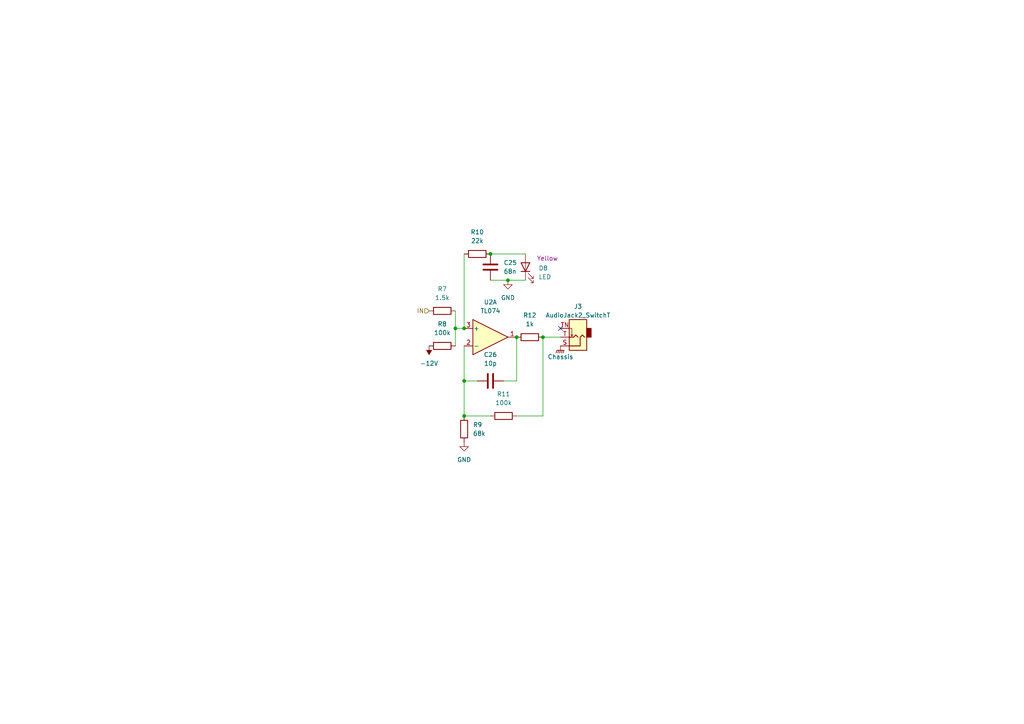
<source format=kicad_sch>
(kicad_sch (version 20211123) (generator eeschema)
  (paper "A4")
  (lib_symbols
    (symbol "Amplifier_Operational:TL074" (pin_names (offset 0.127))
      (property "Reference" "U" (at 0 5.08 0))
      (property "Value" "TL074" (at 0 -5.08 0))
      (symbol "TL074_1_1"
        (polyline (pts (xy -5.08 5.08) (xy 5.08 0) (xy -5.08 -5.08) (xy -5.08 5.08)) (stroke (width 0.254)) (fill (type background)))
        (pin output line (at 7.62 0 180) (length 2.54) (name "~") (number "1"))
        (pin input line (at -7.62 -2.54 0) (length 2.54) (name "-") (number "2"))
        (pin input line (at -7.62 2.54 0) (length 2.54) (name "+") (number "3"))
      )
      (symbol "TL074_2_1"
        (polyline (pts (xy -5.08 5.08) (xy 5.08 0) (xy -5.08 -5.08) (xy -5.08 5.08)) (stroke (width 0.254)) (fill (type background)))
        (pin input line (at -7.62 2.54 0) (length 2.54) (name "+") (number "5"))
        (pin input line (at -7.62 -2.54 0) (length 2.54) (name "-") (number "6"))
        (pin output line (at 7.62 0 180) (length 2.54) (name "~") (number "7"))
      )
      (symbol "TL074_3_1"
        (polyline (pts (xy -5.08 5.08) (xy 5.08 0) (xy -5.08 -5.08) (xy -5.08 5.08)) (stroke (width 0.254)) (fill (type background)))
        (pin input line (at -7.62 2.54 0) (length 2.54) (name "+") (number "10"))
        (pin output line (at 7.62 0 180) (length 2.54) (name "~") (number "8"))
        (pin input line (at -7.62 -2.54 0) (length 2.54) (name "-") (number "9"))
      )
      (symbol "TL074_4_1"
        (polyline (pts (xy -5.08 5.08) (xy 5.08 0) (xy -5.08 -5.08) (xy -5.08 5.08)) (stroke (width 0.254)) (fill (type background)))
        (pin input line (at -7.62 2.54 0) (length 2.54) (name "+") (number "12"))
        (pin input line (at -7.62 -2.54 0) (length 2.54) (name "-") (number "13"))
        (pin output line (at 7.62 0 180) (length 2.54) (name "~") (number "14"))
      )
      (symbol "TL074_5_1"
        (pin power_in line (at -2.54 -7.62 90) (length 3.81) (name "V-") (number "11"))
        (pin power_in line (at -2.54 7.62 270) (length 3.81) (name "V+") (number "4"))
      )
    )
    (symbol "Connector:AudioJack2_SwitchT"
      (property "Reference" "J" (at 0 8.89 0))
      (property "Value" "AudioJack2_SwitchT" (at 0 6.35 0))
      (symbol "AudioJack2_SwitchT_0_1"
        (rectangle (start -2.54 0) (end -3.81 -2.54) (stroke (width 0.254)) (fill (type outline)))
        (polyline (pts (xy 1.778 -0.254) (xy 2.032 -0.762)))
        (polyline (pts (xy 0 0) (xy 0.635 -0.635) (xy 1.27 0) (xy 2.54 0)) (stroke (width 0.254)))
        (polyline (pts (xy 2.54 -2.54) (xy 1.778 -2.54) (xy 1.778 -0.254) (xy 1.524 -0.762)))
        (polyline (pts (xy 2.54 2.54) (xy -0.635 2.54) (xy -0.635 0) (xy -1.27 -0.635) (xy -1.905 0)) (stroke (width 0.254)))
        (rectangle (start 2.54 3.81) (end -2.54 -5.08) (stroke (width 0.254)) (fill (type background)))
      )
      (symbol "AudioJack2_SwitchT_1_1"
        (pin passive line (at 5.08 2.54 180) (length 2.54) (name "~") (number "S"))
        (pin passive line (at 5.08 0 180) (length 2.54) (name "~") (number "T"))
        (pin passive line (at 5.08 -2.54 180) (length 2.54) (name "~") (number "TN"))
      )
    )
    (symbol "Custom:Chassis" (power) (in_bom no) (on_board no)
      (property "Value" "Chassis" (at 0 -3.175 0))
      (symbol "Chassis_0_1"
        (polyline (pts (xy 0 -1.27) (xy 0 0)))
        (polyline (pts (xy -1.016 -1.27) (xy -1.27 -2.032) (xy -1.27 -2.032)) (stroke (width 0.2032)))
        (polyline (pts (xy -0.508 -1.27) (xy -0.762 -2.032) (xy -0.762 -2.032)) (stroke (width 0.2032)))
        (polyline (pts (xy 0 -1.27) (xy -0.254 -2.032) (xy -0.254 -2.032)) (stroke (width 0.2032)))
        (polyline (pts (xy 0.508 -1.27) (xy 0.254 -2.032) (xy 0.254 -2.032)) (stroke (width 0.2032)))
        (polyline (pts (xy 1.016 -1.27) (xy -1.016 -1.27) (xy -1.016 -1.27)) (stroke (width 0.2032)))
        (polyline (pts (xy 1.016 -1.27) (xy 0.762 -2.032) (xy 0.762 -2.032) (xy 0.762 -2.032)) (stroke (width 0.2032)))
      )
      (symbol "Chassis_1_1"
        (pin power_in line (at 0 0 0) (length 0) hide (name "Chassis") (number "1"))
      )
    )
    (symbol "Device:C" (pin_numbers hide) (pin_names (offset 0.254))
      (property "Reference" "C" (at 0.635 2.54 0))
      (property "Value" "C" (at 0.635 -2.54 0))
      (symbol "C_0_1"
        (polyline (pts (xy -2.032 -0.762) (xy 2.032 -0.762)) (stroke (width 0.508)))
        (polyline (pts (xy -2.032 0.762) (xy 2.032 0.762)) (stroke (width 0.508)))
      )
      (symbol "C_1_1"
        (pin passive line (at 0 3.81 270) (length 2.794) (name "~") (number "1"))
        (pin passive line (at 0 -3.81 90) (length 2.794) (name "~") (number "2"))
      )
    )
    (symbol "Device:LED" (pin_numbers hide) (pin_names (offset 1.016) hide)
      (property "Reference" "D" (at 0 2.54 0))
      (property "Value" "LED" (at 0 -2.54 0))
      (symbol "LED_0_1"
        (polyline (pts (xy -1.27 -1.27) (xy -1.27 1.27)) (stroke (width 0.254)))
        (polyline (pts (xy -1.27 0) (xy 1.27 0)))
        (polyline (pts (xy 1.27 -1.27) (xy 1.27 1.27) (xy -1.27 0) (xy 1.27 -1.27)) (stroke (width 0.254)))
        (polyline (pts (xy -3.048 -0.762) (xy -4.572 -2.286) (xy -3.81 -2.286) (xy -4.572 -2.286) (xy -4.572 -1.524)))
        (polyline (pts (xy -1.778 -0.762) (xy -3.302 -2.286) (xy -2.54 -2.286) (xy -3.302 -2.286) (xy -3.302 -1.524)))
      )
      (symbol "LED_1_1"
        (pin passive line (at -3.81 0 0) (length 2.54) (name "K") (number "1"))
        (pin passive line (at 3.81 0 180) (length 2.54) (name "A") (number "2"))
      )
    )
    (symbol "Device:R" (pin_numbers hide) (pin_names (offset 0))
      (property "Reference" "R" (at 2.032 0 90))
      (property "Value" "R" (at 0 0 90))
      (symbol "R_0_1"
        (rectangle (start -1.016 -2.54) (end 1.016 2.54) (stroke (width 0.254)))
      )
      (symbol "R_1_1"
        (pin passive line (at 0 3.81 270) (length 1.27) (name "~") (number "1"))
        (pin passive line (at 0 -3.81 90) (length 1.27) (name "~") (number "2"))
      )
    )
    (symbol "power:-12V" (power) (pin_names (offset 0))
      (property "Value" "-12V" (at 0 3.81 0))
      (symbol "-12V_0_0"
        (pin power_in line (at 0 0 90) (length 0) hide (name "-12V") (number "1"))
      )
      (symbol "-12V_0_1"
        (polyline (pts (xy 0 0) (xy 0 1.27) (xy 0.762 1.27) (xy 0 2.54) (xy -0.762 1.27) (xy 0 1.27)) (fill (type outline)))
      )
    )
    (symbol "power:GND" (power) (pin_names (offset 0))
      (property "Value" "GND" (at 0 -3.81 0))
      (symbol "GND_0_1"
        (polyline (pts (xy 0 0) (xy 0 -1.27) (xy 1.27 -1.27) (xy 0 -2.54) (xy -1.27 -1.27) (xy 0 -1.27)))
      )
      (symbol "GND_1_1"
        (pin power_in line (at 0 0 270) (length 0) hide (name "GND") (number "1"))
      )
    )
  )
  (junction (at 142.24 73.66))
  (junction (at 149.86 97.79))
  (junction (at 132.08 95.25))
  (junction (at 157.48 97.79))
  (junction (at 134.62 120.65))
  (junction (at 147.32 81.28))
  (junction (at 134.62 110.49))
  (junction (at 134.62 95.25))
  (no_connect (at 162.56 95.25))
  (wire (pts (xy 132.08 90.17) (xy 132.08 95.25)))
  (wire (pts (xy 149.86 110.49) (xy 149.86 97.79)))
  (wire (pts (xy 132.08 95.25) (xy 132.08 100.33)))
  (wire (pts (xy 134.62 110.49) (xy 134.62 120.65)))
  (wire (pts (xy 157.48 97.79) (xy 157.48 120.65)))
  (wire (pts (xy 149.86 120.65) (xy 157.48 120.65)))
  (wire (pts (xy 146.05 110.49) (xy 149.86 110.49)))
  (wire (pts (xy 132.08 95.25) (xy 134.62 95.25)))
  (wire (pts (xy 147.32 81.28) (xy 152.4 81.28)))
  (wire (pts (xy 152.4 73.66) (xy 142.24 73.66)))
  (wire (pts (xy 134.62 120.65) (xy 142.24 120.65)))
  (wire (pts (xy 134.62 73.66) (xy 134.62 95.25)))
  (wire (pts (xy 134.62 100.33) (xy 134.62 110.49)))
  (wire (pts (xy 142.24 81.28) (xy 147.32 81.28)))
  (wire (pts (xy 134.62 110.49) (xy 138.43 110.49)))
  (wire (pts (xy 157.48 97.79) (xy 162.56 97.79)))
  (hierarchical_label "IN" (shape input) (at 124.46 90.17 180))
  (symbol (lib_id "Device:C") (at 142.24 110.49 90) (unit 1)
    (property "Reference" "C26" (at 142.24 102.87 90))
    (property "Value" "10p" (at 142.24 105.41 90))
  )
  (symbol (lib_id "Device:R") (at 134.62 124.46 180) (unit 1)
    (property "Reference" "R9" (at 137.16 123.1899 0) (effects (justify right)))
    (property "Value" "68k" (at 137.16 125.7299 0) (effects (justify right)))
  )
  (symbol (lib_id "Device:LED") (at 152.4 77.47 90) (unit 1)
    (property "Reference" "D8" (at 156.21 77.7874 90) (effects (justify right)))
    (property "Value" "LED" (at 156.21 80.3274 90) (effects (justify right)))
    (property "Notes" "Yellow" (at 158.75 74.93 90))
  )
  (symbol (lib_id "power:GND") (at 134.62 128.27 0) (unit 1)
    (property "Reference" "#PWR061" (effects hide))
    (property "Value" "GND" (at 134.62 133.35 0))
  )
  (symbol (lib_id "power:-12V") (at 124.46 100.33 180) (unit 1)
    (property "Reference" "#PWR060" (effects hide))
    (property "Value" "-12V" (at 124.46 105.41 0))
  )
  (symbol (lib_id "Device:R") (at 138.43 73.66 90) (unit 1)
    (property "Reference" "R10" (at 138.43 67.31 90))
    (property "Value" "22k" (at 138.43 69.85 90))
  )
  (symbol (lib_id "Device:R") (at 128.27 100.33 90) (unit 1)
    (property "Reference" "R8" (at 128.27 93.98 90))
    (property "Value" "100k" (at 128.27 96.52 90))
  )
  (symbol (lib_id "Amplifier_Operational:TL074") (at 142.24 97.79 0) (unit 1)
    (property "Reference" "U2" (at 142.24 87.63 0))
    (property "Value" "TL074" (at 142.24 90.17 0))
    (property "Datasheet" "http://www.ti.com/lit/ds/symlink/tl071.pdf" (effects hide))
  )
  (symbol (lib_id "Device:R") (at 128.27 90.17 90) (unit 1)
    (property "Reference" "R7" (at 128.27 83.82 90))
    (property "Value" "1.5k" (at 128.27 86.36 90))
  )
  (symbol (lib_id "Device:R") (at 146.05 120.65 90) (unit 1)
    (property "Reference" "R11" (at 146.05 114.3 90))
    (property "Value" "100k" (at 146.05 116.84 90))
  )
  (symbol (lib_id "Device:C") (at 142.24 77.47 180) (unit 1)
    (property "Reference" "C25" (at 146.05 76.1999 0) (effects (justify right)))
    (property "Value" "68n" (at 146.05 78.7399 0) (effects (justify right)))
  )
  (symbol (lib_id "Connector:AudioJack2_SwitchT") (at 167.64 97.79 180) (unit 1)
    (property "Reference" "J3" (at 167.64 88.9 0))
    (property "Value" "AudioJack2_SwitchT" (at 167.64 91.44 0))
    (property "Footprint" "Connector_Audio:Jack_3.5mm_QingPu_WQP-PJ398SM_Vertical_CircularHoles" (effects hide))
  )
  (symbol (lib_id "power:GND") (at 147.32 81.28 0) (unit 1)
    (property "Reference" "#PWR062" (effects hide))
    (property "Value" "GND" (at 147.32 86.36 0))
  )
  (symbol (lib_id "Custom:Chassis") (at 162.56 100.33 0) (unit 1) (in_bom no) (on_board no)
    (property "Reference" "#U019" (effects hide))
    (property "Value" "Chassis" (at 162.56 103.505 0))
  )
  (symbol (lib_id "Device:R") (at 153.67 97.79 90) (unit 1)
    (property "Reference" "R12" (at 153.67 91.44 90))
    (property "Value" "1k" (at 153.67 93.98 90))
  )
)
</source>
